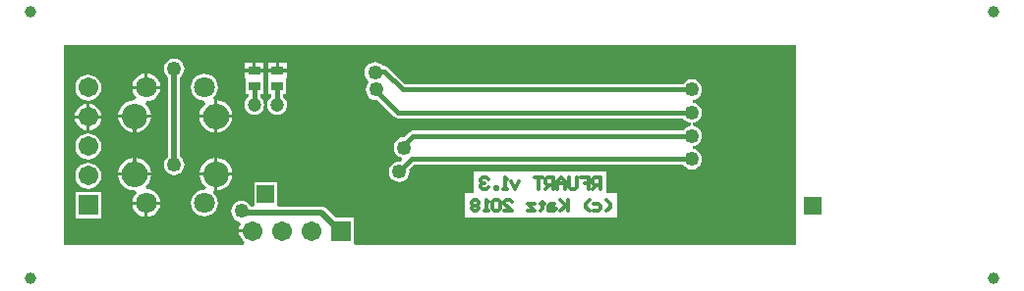
<source format=gbl>
G04*
G04 #@! TF.GenerationSoftware,Altium Limited,Altium Designer,18.1.1 (9)*
G04*
G04 Layer_Physical_Order=2*
G04 Layer_Color=16711680*
%FSLAX42Y42*%
%MOMM*%
G71*
G01*
G75*
%ADD32C,1.20*%
%ADD34R,1.00X0.80*%
%ADD45C,0.30*%
%ADD47C,0.40*%
%ADD48C,0.50*%
%ADD52R,1.60X1.60*%
%ADD53C,2.20*%
%ADD54O,2.25X2.20*%
%ADD55C,1.80*%
%ADD56C,1.00*%
%ADD57R,1.71X1.71*%
%ADD58C,1.71*%
%ADD59R,1.71X1.71*%
%ADD60C,1.25*%
%ADD61R,1.50X1.50*%
G36*
X6350Y39D02*
X2556D01*
X2535Y49D01*
X2535Y64D01*
Y271D01*
X2382D01*
X2296Y356D01*
X2280Y367D01*
X2260Y371D01*
X1902D01*
X1880Y380D01*
X1880Y396D01*
Y580D01*
X1680D01*
Y396D01*
X1680Y380D01*
X1658Y371D01*
X1648D01*
X1647Y374D01*
X1633Y393D01*
X1614Y407D01*
X1593Y416D01*
X1570Y419D01*
X1547Y416D01*
X1526Y407D01*
X1507Y393D01*
X1493Y374D01*
X1484Y353D01*
X1481Y330D01*
X1484Y307D01*
X1493Y286D01*
X1507Y267D01*
X1526Y253D01*
X1547Y244D01*
X1549Y244D01*
X1561Y218D01*
X1561Y217D01*
X1549Y190D01*
X1547Y173D01*
X1662D01*
Y147D01*
X1547D01*
X1549Y130D01*
X1561Y102D01*
X1580Y78D01*
X1598Y64D01*
X1591Y39D01*
X39D01*
Y1761D01*
X6350D01*
X6350Y39D01*
D02*
G37*
%LPC*%
G36*
X1960Y1615D02*
X1893D01*
Y1558D01*
X1960D01*
Y1615D01*
D02*
G37*
G36*
X1867D02*
X1800D01*
Y1558D01*
X1867D01*
Y1615D01*
D02*
G37*
G36*
X1760D02*
X1693D01*
Y1558D01*
X1760D01*
Y1615D01*
D02*
G37*
G36*
X1667D02*
X1600D01*
Y1558D01*
X1667D01*
Y1615D01*
D02*
G37*
G36*
X763Y1519D02*
Y1413D01*
X869D01*
X867Y1431D01*
X855Y1461D01*
X836Y1486D01*
X811Y1505D01*
X781Y1517D01*
X763Y1519D01*
D02*
G37*
G36*
X737Y1519D02*
X719Y1517D01*
X689Y1505D01*
X664Y1486D01*
X645Y1461D01*
X633Y1431D01*
X631Y1413D01*
X737D01*
Y1519D01*
D02*
G37*
G36*
X869Y1387D02*
X750D01*
X631D01*
X633Y1369D01*
X645Y1339D01*
X664Y1315D01*
X664Y1314D01*
X654Y1291D01*
X650Y1291D01*
X613Y1286D01*
X579Y1272D01*
X550Y1250D01*
X528Y1221D01*
X514Y1187D01*
X510Y1163D01*
X650D01*
X790D01*
X786Y1187D01*
X772Y1221D01*
X750Y1250D01*
X744Y1255D01*
X748Y1272D01*
X753Y1279D01*
X781Y1283D01*
X811Y1295D01*
X836Y1314D01*
X855Y1339D01*
X867Y1369D01*
X869Y1387D01*
D02*
G37*
G36*
X250Y1509D02*
X221Y1505D01*
X194Y1494D01*
X171Y1476D01*
X153Y1453D01*
X142Y1426D01*
X138Y1397D01*
X142Y1368D01*
X153Y1341D01*
X171Y1318D01*
X194Y1300D01*
X221Y1289D01*
X250Y1285D01*
X279Y1289D01*
X306Y1300D01*
X329Y1318D01*
X347Y1341D01*
X358Y1368D01*
X362Y1397D01*
X358Y1426D01*
X347Y1453D01*
X329Y1476D01*
X306Y1494D01*
X279Y1505D01*
X250Y1509D01*
D02*
G37*
G36*
X1960Y1532D02*
X1800D01*
Y1475D01*
X1805D01*
Y1345D01*
X1828D01*
X1830Y1320D01*
X1819Y1311D01*
X1805Y1293D01*
X1797Y1272D01*
X1794Y1250D01*
X1797Y1228D01*
X1805Y1207D01*
X1819Y1189D01*
X1837Y1175D01*
X1858Y1167D01*
X1880Y1164D01*
X1902Y1167D01*
X1923Y1175D01*
X1941Y1189D01*
X1955Y1207D01*
X1963Y1228D01*
X1966Y1250D01*
X1963Y1272D01*
X1955Y1293D01*
X1941Y1311D01*
X1930Y1320D01*
X1932Y1345D01*
X1955D01*
Y1475D01*
X1960D01*
Y1532D01*
D02*
G37*
G36*
X1760D02*
X1600D01*
Y1475D01*
X1605D01*
Y1345D01*
X1628D01*
X1630Y1320D01*
X1619Y1311D01*
X1605Y1293D01*
X1597Y1272D01*
X1594Y1250D01*
X1597Y1228D01*
X1605Y1207D01*
X1619Y1189D01*
X1637Y1175D01*
X1658Y1167D01*
X1680Y1164D01*
X1702Y1167D01*
X1723Y1175D01*
X1741Y1189D01*
X1755Y1207D01*
X1763Y1228D01*
X1766Y1250D01*
X1763Y1272D01*
X1755Y1293D01*
X1741Y1311D01*
X1730Y1320D01*
X1732Y1345D01*
X1755D01*
Y1475D01*
X1760D01*
Y1532D01*
D02*
G37*
G36*
X1363Y1290D02*
Y1163D01*
X1492D01*
X1489Y1187D01*
X1475Y1221D01*
X1452Y1250D01*
X1423Y1272D01*
X1389Y1286D01*
X1363Y1290D01*
D02*
G37*
G36*
X1250Y1516D02*
X1220Y1512D01*
X1192Y1501D01*
X1168Y1482D01*
X1149Y1458D01*
X1138Y1430D01*
X1134Y1400D01*
X1138Y1370D01*
X1149Y1342D01*
X1168Y1318D01*
X1192Y1299D01*
X1220Y1288D01*
X1250Y1284D01*
X1251Y1284D01*
X1261Y1260D01*
X1248Y1250D01*
X1225Y1221D01*
X1211Y1187D01*
X1208Y1163D01*
X1337D01*
Y1290D01*
X1337Y1290D01*
X1327Y1314D01*
X1332Y1318D01*
X1351Y1342D01*
X1362Y1370D01*
X1366Y1400D01*
X1362Y1430D01*
X1351Y1458D01*
X1332Y1482D01*
X1308Y1501D01*
X1280Y1512D01*
X1250Y1516D01*
D02*
G37*
G36*
X263Y1258D02*
Y1156D01*
X365D01*
X363Y1173D01*
X351Y1201D01*
X332Y1225D01*
X308Y1244D01*
X280Y1256D01*
X263Y1258D01*
D02*
G37*
G36*
X237D02*
X220Y1256D01*
X192Y1244D01*
X168Y1225D01*
X149Y1201D01*
X137Y1173D01*
X135Y1156D01*
X237D01*
Y1258D01*
D02*
G37*
G36*
X365Y1130D02*
X263D01*
Y1028D01*
X280Y1030D01*
X308Y1042D01*
X332Y1061D01*
X351Y1085D01*
X363Y1113D01*
X365Y1130D01*
D02*
G37*
G36*
X237D02*
X135D01*
X137Y1113D01*
X149Y1085D01*
X168Y1061D01*
X192Y1042D01*
X220Y1030D01*
X237Y1028D01*
Y1130D01*
D02*
G37*
G36*
X2720Y1619D02*
X2697Y1616D01*
X2676Y1607D01*
X2657Y1593D01*
X2643Y1574D01*
X2634Y1553D01*
X2631Y1530D01*
X2634Y1507D01*
X2643Y1486D01*
X2657Y1467D01*
X2658Y1467D01*
X2667Y1443D01*
X2653Y1424D01*
X2644Y1403D01*
X2641Y1380D01*
X2644Y1357D01*
X2653Y1336D01*
X2667Y1317D01*
X2686Y1303D01*
X2707Y1294D01*
X2730Y1291D01*
X2742Y1293D01*
X2887Y1147D01*
X2887Y1147D01*
X2902Y1137D01*
X2920Y1134D01*
X5375D01*
X5387Y1117D01*
X5406Y1103D01*
X5427Y1094D01*
X5435Y1093D01*
X5440Y1093D01*
Y1067D01*
X5435Y1067D01*
X5427Y1066D01*
X5406Y1057D01*
X5387Y1043D01*
X5375Y1026D01*
X3050Y1026D01*
X3050Y1026D01*
X3032Y1023D01*
X3017Y1013D01*
X3017Y1013D01*
X2973Y968D01*
X2970Y969D01*
X2947Y966D01*
X2926Y957D01*
X2907Y943D01*
X2893Y924D01*
X2884Y903D01*
X2881Y880D01*
X2884Y857D01*
X2893Y836D01*
X2907Y817D01*
X2926Y803D01*
X2942Y796D01*
X2949Y780D01*
X2950Y769D01*
X2940Y757D01*
X2930Y759D01*
X2907Y756D01*
X2886Y747D01*
X2867Y733D01*
X2853Y714D01*
X2844Y693D01*
X2841Y670D01*
X2844Y647D01*
X2853Y626D01*
X2867Y607D01*
X2886Y593D01*
X2907Y584D01*
X2930Y581D01*
X2953Y584D01*
X2974Y593D01*
X2993Y607D01*
X3007Y626D01*
X3016Y647D01*
X3019Y670D01*
X3016Y690D01*
X3059Y734D01*
X5375Y734D01*
X5387Y717D01*
X5406Y703D01*
X5427Y694D01*
X5450Y691D01*
X5473Y694D01*
X5494Y703D01*
X5513Y717D01*
X5527Y736D01*
X5536Y757D01*
X5539Y780D01*
X5536Y803D01*
X5527Y824D01*
X5513Y843D01*
X5494Y857D01*
X5473Y866D01*
X5465Y867D01*
X5460Y867D01*
Y893D01*
X5465Y893D01*
X5473Y894D01*
X5494Y903D01*
X5513Y917D01*
X5527Y936D01*
X5536Y957D01*
X5539Y980D01*
X5536Y1003D01*
X5527Y1024D01*
X5513Y1043D01*
X5494Y1057D01*
X5473Y1066D01*
X5465Y1067D01*
X5460Y1067D01*
Y1093D01*
X5465Y1093D01*
X5473Y1094D01*
X5494Y1103D01*
X5513Y1117D01*
X5527Y1136D01*
X5536Y1157D01*
X5539Y1180D01*
X5536Y1203D01*
X5527Y1224D01*
X5513Y1243D01*
X5494Y1257D01*
X5473Y1266D01*
X5465Y1267D01*
X5460Y1267D01*
Y1293D01*
X5465Y1293D01*
X5473Y1294D01*
X5494Y1303D01*
X5513Y1317D01*
X5527Y1336D01*
X5536Y1357D01*
X5539Y1380D01*
X5536Y1403D01*
X5527Y1424D01*
X5513Y1443D01*
X5494Y1457D01*
X5473Y1466D01*
X5450Y1469D01*
X5427Y1466D01*
X5406Y1457D01*
X5387Y1443D01*
X5375Y1426D01*
X2979D01*
X2833Y1573D01*
X2818Y1583D01*
X2800Y1586D01*
X2800Y1586D01*
X2788D01*
X2783Y1593D01*
X2764Y1607D01*
X2743Y1616D01*
X2720Y1619D01*
D02*
G37*
G36*
X637Y1137D02*
X510D01*
X514Y1113D01*
X528Y1079D01*
X550Y1050D01*
X579Y1028D01*
X613Y1014D01*
X637Y1010D01*
Y1137D01*
D02*
G37*
G36*
X790D02*
X663D01*
Y1010D01*
X687Y1014D01*
X721Y1028D01*
X750Y1050D01*
X772Y1079D01*
X786Y1113D01*
X790Y1137D01*
D02*
G37*
G36*
X1492D02*
X1363D01*
Y1010D01*
X1389Y1014D01*
X1423Y1028D01*
X1452Y1050D01*
X1475Y1079D01*
X1489Y1113D01*
X1492Y1137D01*
D02*
G37*
G36*
X1337D02*
X1208D01*
X1211Y1113D01*
X1225Y1079D01*
X1248Y1050D01*
X1277Y1028D01*
X1311Y1014D01*
X1337Y1010D01*
Y1137D01*
D02*
G37*
G36*
X250Y1001D02*
X221Y997D01*
X194Y986D01*
X171Y968D01*
X153Y945D01*
X142Y918D01*
X138Y889D01*
X142Y860D01*
X153Y833D01*
X171Y810D01*
X194Y792D01*
X221Y781D01*
X250Y777D01*
X279Y781D01*
X306Y792D01*
X329Y810D01*
X347Y833D01*
X358Y860D01*
X362Y889D01*
X358Y918D01*
X347Y945D01*
X329Y968D01*
X306Y986D01*
X279Y997D01*
X250Y1001D01*
D02*
G37*
G36*
X1363Y790D02*
Y663D01*
X1490D01*
X1486Y687D01*
X1472Y721D01*
X1450Y750D01*
X1421Y772D01*
X1387Y786D01*
X1363Y790D01*
D02*
G37*
G36*
X1337D02*
X1313Y786D01*
X1279Y772D01*
X1250Y750D01*
X1228Y721D01*
X1214Y687D01*
X1210Y663D01*
X1337D01*
Y790D01*
D02*
G37*
G36*
X663Y790D02*
Y663D01*
X792D01*
X789Y687D01*
X775Y721D01*
X752Y750D01*
X723Y772D01*
X689Y786D01*
X663Y790D01*
D02*
G37*
G36*
X637D02*
X611Y786D01*
X577Y772D01*
X548Y750D01*
X525Y721D01*
X511Y687D01*
X508Y663D01*
X637D01*
Y790D01*
D02*
G37*
G36*
X990Y1649D02*
X967Y1646D01*
X946Y1637D01*
X927Y1623D01*
X913Y1604D01*
X904Y1583D01*
X901Y1560D01*
X904Y1537D01*
X913Y1516D01*
X927Y1497D01*
X939Y1489D01*
Y801D01*
X927Y793D01*
X913Y774D01*
X904Y753D01*
X901Y730D01*
X904Y707D01*
X913Y686D01*
X927Y667D01*
X946Y653D01*
X967Y644D01*
X990Y641D01*
X1013Y644D01*
X1034Y653D01*
X1053Y667D01*
X1067Y686D01*
X1076Y707D01*
X1079Y730D01*
X1076Y753D01*
X1067Y774D01*
X1053Y793D01*
X1041Y801D01*
Y1489D01*
X1053Y1497D01*
X1067Y1516D01*
X1076Y1537D01*
X1079Y1560D01*
X1076Y1583D01*
X1067Y1604D01*
X1053Y1623D01*
X1034Y1637D01*
X1013Y1646D01*
X990Y1649D01*
D02*
G37*
G36*
X250Y747D02*
X221Y743D01*
X194Y732D01*
X171Y714D01*
X153Y691D01*
X142Y664D01*
X138Y635D01*
X142Y606D01*
X153Y579D01*
X171Y556D01*
X194Y538D01*
X221Y527D01*
X250Y523D01*
X279Y527D01*
X306Y538D01*
X329Y556D01*
X347Y579D01*
X358Y606D01*
X362Y635D01*
X358Y664D01*
X347Y691D01*
X329Y714D01*
X306Y732D01*
X279Y743D01*
X250Y747D01*
D02*
G37*
G36*
X1337Y637D02*
X1210D01*
X1214Y613D01*
X1228Y579D01*
X1250Y550D01*
X1264Y540D01*
X1254Y516D01*
X1250Y516D01*
X1220Y512D01*
X1192Y501D01*
X1168Y482D01*
X1149Y458D01*
X1138Y430D01*
X1134Y400D01*
X1138Y370D01*
X1149Y342D01*
X1168Y318D01*
X1192Y299D01*
X1220Y288D01*
X1250Y284D01*
X1280Y288D01*
X1308Y299D01*
X1332Y318D01*
X1351Y342D01*
X1362Y370D01*
X1366Y400D01*
X1362Y430D01*
X1351Y458D01*
X1332Y482D01*
X1327Y487D01*
X1337Y511D01*
X1337Y510D01*
Y637D01*
D02*
G37*
G36*
X1490D02*
X1363D01*
Y510D01*
X1387Y514D01*
X1421Y528D01*
X1450Y550D01*
X1472Y579D01*
X1486Y613D01*
X1490Y637D01*
D02*
G37*
G36*
X792D02*
X508D01*
X511Y613D01*
X525Y579D01*
X548Y550D01*
X577Y528D01*
X611Y514D01*
X647Y509D01*
X653D01*
X654Y509D01*
X664Y487D01*
X664Y485D01*
X645Y461D01*
X633Y431D01*
X631Y413D01*
X869D01*
X867Y431D01*
X855Y461D01*
X836Y486D01*
X811Y505D01*
X781Y517D01*
X755Y520D01*
X748Y533D01*
X747Y546D01*
X752Y550D01*
X775Y579D01*
X789Y613D01*
X792Y637D01*
D02*
G37*
G36*
X869Y387D02*
X763D01*
Y281D01*
X781Y283D01*
X811Y295D01*
X836Y314D01*
X855Y339D01*
X867Y369D01*
X869Y387D01*
D02*
G37*
G36*
X737D02*
X631D01*
X633Y369D01*
X645Y339D01*
X664Y314D01*
X689Y295D01*
X719Y283D01*
X737Y281D01*
Y387D01*
D02*
G37*
G36*
X4715Y675D02*
X3572D01*
Y485D01*
X3495D01*
Y275D01*
X4805D01*
Y485D01*
X4715D01*
Y675D01*
D02*
G37*
G36*
X361Y492D02*
X139D01*
Y270D01*
X361D01*
Y492D01*
D02*
G37*
%LPD*%
D32*
X1880Y1250D02*
D03*
X1680D02*
D03*
D34*
Y1410D02*
D03*
Y1545D02*
D03*
X1880Y1410D02*
D03*
Y1545D02*
D03*
D45*
X4717Y330D02*
X4750Y363D01*
Y397D01*
X4717Y430D01*
X4600Y397D02*
X4650D01*
X4667Y380D01*
Y347D01*
X4650Y330D01*
X4600D01*
X4567D02*
X4533Y363D01*
Y397D01*
X4567Y430D01*
X4383D02*
Y330D01*
Y363D01*
X4317Y430D01*
X4367Y380D01*
X4317Y330D01*
X4267Y397D02*
X4233D01*
X4217Y380D01*
Y330D01*
X4267D01*
X4283Y347D01*
X4267Y363D01*
X4217D01*
X4167Y413D02*
Y397D01*
X4184D01*
X4150D01*
X4167D01*
Y347D01*
X4150Y330D01*
X4100Y397D02*
X4034D01*
X4100Y330D01*
X4034D01*
X3834D02*
X3900D01*
X3834Y397D01*
Y413D01*
X3850Y430D01*
X3884D01*
X3900Y413D01*
X3800D02*
X3784Y430D01*
X3750D01*
X3734Y413D01*
Y347D01*
X3750Y330D01*
X3784D01*
X3800Y347D01*
Y413D01*
X3700Y330D02*
X3667D01*
X3684D01*
Y430D01*
X3700Y413D01*
X3617D02*
X3600Y430D01*
X3567D01*
X3550Y413D01*
Y397D01*
X3567Y380D01*
X3550Y363D01*
Y347D01*
X3567Y330D01*
X3600D01*
X3617Y347D01*
Y363D01*
X3600Y380D01*
X3617Y397D01*
Y413D01*
X3600Y380D02*
X3567D01*
X4660Y520D02*
Y620D01*
X4610D01*
X4593Y603D01*
Y570D01*
X4610Y553D01*
X4660D01*
X4627D02*
X4593Y520D01*
X4493Y620D02*
X4560D01*
Y570D01*
X4527D01*
X4560D01*
Y520D01*
X4460Y620D02*
Y537D01*
X4443Y520D01*
X4410D01*
X4393Y537D01*
Y620D01*
X4360Y520D02*
Y587D01*
X4327Y620D01*
X4293Y587D01*
Y520D01*
Y570D01*
X4360D01*
X4260Y520D02*
Y620D01*
X4210D01*
X4193Y603D01*
Y570D01*
X4210Y553D01*
X4260D01*
X4227D02*
X4193Y520D01*
X4160Y620D02*
X4094D01*
X4127D01*
Y520D01*
X3960Y587D02*
X3927Y520D01*
X3894Y587D01*
X3860Y520D02*
X3827D01*
X3844D01*
Y620D01*
X3860Y603D01*
X3777Y520D02*
Y537D01*
X3760D01*
Y520D01*
X3777D01*
X3694Y603D02*
X3677Y620D01*
X3644D01*
X3627Y603D01*
Y587D01*
X3644Y570D01*
X3660D01*
X3644D01*
X3627Y553D01*
Y537D01*
X3644Y520D01*
X3677D01*
X3694Y537D01*
D47*
X2920Y1180D02*
X5450D01*
X2750Y1350D02*
X2920Y1180D01*
X2750Y1350D02*
Y1360D01*
X2770Y1380D01*
X1880Y1250D02*
Y1410D01*
X1680Y1250D02*
Y1410D01*
X2960Y1380D02*
X5450D01*
X2800Y1540D02*
X2960Y1380D01*
X2760Y1540D02*
X2800D01*
X2760D02*
X2770Y1530D01*
X2755Y1545D02*
X2760Y1540D01*
X2720Y1530D02*
X2770D01*
X3050Y980D02*
X5450Y980D01*
X2970Y900D02*
X3050Y980D01*
X3040Y780D02*
X5450Y780D01*
X2930Y670D02*
X3040Y780D01*
X2970Y880D02*
Y900D01*
X2730Y1380D02*
X2770D01*
D48*
X2260Y320D02*
X2430Y150D01*
X1580Y320D02*
X2260D01*
X1570Y330D02*
X1580Y320D01*
X990Y730D02*
Y1560D01*
D52*
X6490Y380D02*
D03*
D53*
X650Y1150D02*
D03*
X1350Y650D02*
D03*
D54*
X1350Y1150D02*
D03*
X650Y650D02*
D03*
D55*
X750Y1400D02*
D03*
X1250D02*
D03*
Y400D02*
D03*
X750D02*
D03*
D56*
X8050Y-250D02*
D03*
X-250Y2050D02*
D03*
X8050D02*
D03*
X-250Y-250D02*
D03*
X5390Y630D02*
D03*
X5870Y620D02*
D03*
X5900Y130D02*
D03*
X5630D02*
D03*
X5610Y630D02*
D03*
X5750Y650D02*
D03*
X5760Y100D02*
D03*
X5530Y230D02*
D03*
X5520Y530D02*
D03*
X6270Y250D02*
D03*
X6120D02*
D03*
X5970D02*
D03*
Y790D02*
D03*
Y660D02*
D03*
Y530D02*
D03*
X6130Y790D02*
D03*
X6280D02*
D03*
X5390Y230D02*
D03*
X5470Y110D02*
D03*
D57*
X2424Y160D02*
D03*
D58*
X2170D02*
D03*
X1916D02*
D03*
X1662D02*
D03*
X250Y635D02*
D03*
Y889D02*
D03*
Y1143D02*
D03*
Y1397D02*
D03*
D59*
Y381D02*
D03*
D60*
X1570Y330D02*
D03*
X990Y1560D02*
D03*
Y730D02*
D03*
X2720Y1530D02*
D03*
X1780Y750D02*
D03*
X2970Y880D02*
D03*
X2930Y670D02*
D03*
X2730Y1380D02*
D03*
X5640Y1580D02*
D03*
X5450Y1580D02*
D03*
X2930Y460D02*
D03*
X2750D02*
D03*
X5450Y780D02*
D03*
Y980D02*
D03*
Y1180D02*
D03*
Y1380D02*
D03*
D61*
X1780Y480D02*
D03*
M02*

</source>
